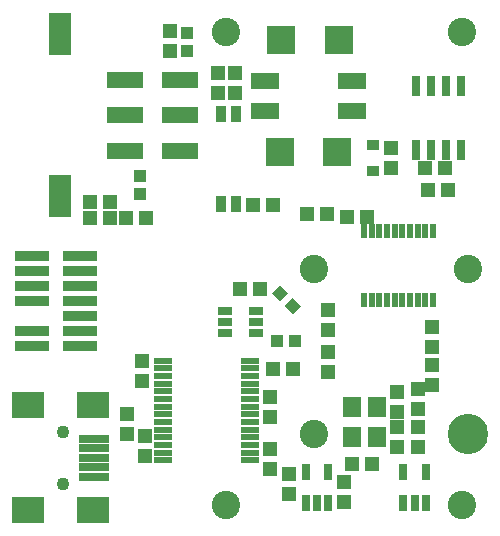
<source format=gts>
G75*
G70*
%OFA0B0*%
%FSLAX24Y24*%
%IPPOS*%
%LPD*%
%AMOC8*
5,1,8,0,0,1.08239X$1,22.5*
%
%ADD10C,0.0946*%
%ADD11R,0.0493X0.0316*%
%ADD12R,0.0395X0.0395*%
%ADD13R,0.0395X0.0395*%
%ADD14R,0.0474X0.0513*%
%ADD15R,0.1180X0.0370*%
%ADD16R,0.0513X0.0474*%
%ADD17R,0.0970X0.0930*%
%ADD18R,0.0950X0.0552*%
%ADD19R,0.0379X0.0580*%
%ADD20R,0.1230X0.0580*%
%ADD21R,0.0730X0.1430*%
%ADD22R,0.0630X0.0217*%
%ADD23R,0.0631X0.0710*%
%ADD24R,0.0297X0.0552*%
%ADD25R,0.0297X0.0671*%
%ADD26R,0.0407X0.0328*%
%ADD27R,0.0200X0.0470*%
%ADD28C,0.0434*%
%ADD29R,0.1064X0.0867*%
%ADD30R,0.0986X0.0277*%
%ADD31C,0.1346*%
D10*
X008221Y001311D03*
X011174Y003674D03*
X016095Y001311D03*
X016292Y009186D03*
X011174Y009186D03*
X008221Y017060D03*
X016095Y017060D03*
D11*
X009244Y007788D03*
X009244Y007414D03*
X009244Y007040D03*
X008181Y007040D03*
X008181Y007414D03*
X008181Y007788D03*
D12*
G36*
X009752Y008361D02*
X010030Y008639D01*
X010308Y008361D01*
X010030Y008083D01*
X009752Y008361D01*
G37*
G36*
X010169Y007943D02*
X010447Y008221D01*
X010725Y007943D01*
X010447Y007665D01*
X010169Y007943D01*
G37*
D13*
X009943Y006774D03*
X010534Y006774D03*
X005366Y011676D03*
X005366Y012266D03*
X006941Y016449D03*
X006941Y017040D03*
D14*
X004372Y011400D03*
X004372Y010869D03*
X004884Y010869D03*
X005553Y010869D03*
X003703Y010869D03*
X003703Y011400D03*
X005416Y006124D03*
X005416Y005455D03*
X008696Y008494D03*
X009365Y008494D03*
X010937Y011006D03*
X011607Y011006D03*
X014973Y011794D03*
X015642Y011794D03*
X015111Y007256D03*
X015111Y006587D03*
X015111Y005977D03*
X015111Y005308D03*
X014618Y005189D03*
X014618Y004520D03*
X014618Y003910D03*
X014618Y003241D03*
X012158Y002089D03*
X012158Y001420D03*
X010337Y001666D03*
X010337Y002335D03*
X009697Y002502D03*
X009697Y003172D03*
X009697Y004225D03*
X009697Y004894D03*
X009805Y005839D03*
X010475Y005839D03*
D15*
X003351Y006603D03*
X003351Y007103D03*
X003351Y007603D03*
X003351Y008103D03*
X003351Y008603D03*
X003351Y009103D03*
X003351Y009603D03*
X001751Y009603D03*
X001751Y009103D03*
X001751Y008603D03*
X001751Y008103D03*
X001751Y007103D03*
X001751Y006603D03*
D16*
X004924Y004353D03*
X004924Y003684D03*
X005514Y003615D03*
X005514Y002945D03*
X011616Y005750D03*
X011616Y006420D03*
X011616Y007128D03*
X011616Y007798D03*
X013929Y005091D03*
X013929Y004422D03*
X013929Y003910D03*
X013929Y003241D03*
X013083Y002689D03*
X012414Y002689D03*
X012266Y010908D03*
X012935Y010908D03*
X013733Y012542D03*
X013733Y013211D03*
X014874Y012532D03*
X015544Y012532D03*
X009786Y011302D03*
X009116Y011302D03*
X008516Y015052D03*
X007975Y015052D03*
X007975Y015721D03*
X008516Y015721D03*
X006351Y016430D03*
X006351Y017099D03*
D17*
X010066Y016813D03*
X011986Y016813D03*
X011937Y013073D03*
X010017Y013073D03*
D18*
X009520Y014451D03*
X009520Y015436D03*
X012433Y015436D03*
X012433Y014451D03*
D19*
X008569Y014327D03*
X008069Y014327D03*
X008069Y011327D03*
X008569Y011327D03*
D20*
X006685Y013123D03*
X006685Y014304D03*
X006685Y015485D03*
X004863Y015485D03*
X004863Y014304D03*
X004863Y013123D03*
D21*
X002709Y011594D03*
X002709Y017014D03*
D22*
X006142Y006124D03*
X006142Y005869D03*
X006142Y005613D03*
X006142Y005357D03*
X006142Y005101D03*
X006142Y004845D03*
X006142Y004589D03*
X006142Y004333D03*
X006142Y004077D03*
X006142Y003821D03*
X006142Y003565D03*
X006142Y003310D03*
X006142Y003054D03*
X006142Y002798D03*
X009020Y002798D03*
X009020Y003054D03*
X009020Y003310D03*
X009020Y003565D03*
X009020Y003821D03*
X009020Y004077D03*
X009020Y004333D03*
X009020Y004589D03*
X009020Y004845D03*
X009020Y005101D03*
X009020Y005357D03*
X009020Y005613D03*
X009020Y005869D03*
X009020Y006124D03*
D23*
X012414Y004560D03*
X013280Y004560D03*
X013280Y003575D03*
X012414Y003575D03*
D24*
X011646Y002414D03*
X010898Y002414D03*
X010898Y001390D03*
X011272Y001390D03*
X011646Y001390D03*
X014146Y001390D03*
X014520Y001390D03*
X014894Y001390D03*
X014894Y002414D03*
X014146Y002414D03*
D25*
X014557Y013142D03*
X015057Y013142D03*
X015557Y013142D03*
X016057Y013142D03*
X016057Y015268D03*
X015557Y015268D03*
X015057Y015268D03*
X014557Y015268D03*
D26*
X013142Y013315D03*
X013142Y012437D03*
D27*
X013083Y010433D03*
X012827Y010433D03*
X013339Y010433D03*
X013595Y010433D03*
X013851Y010433D03*
X014107Y010433D03*
X014363Y010433D03*
X014618Y010433D03*
X014874Y010433D03*
X015130Y010433D03*
X015130Y008135D03*
X014874Y008135D03*
X014618Y008135D03*
X014363Y008135D03*
X014107Y008135D03*
X013851Y008135D03*
X013595Y008135D03*
X013339Y008135D03*
X013083Y008135D03*
X012827Y008135D03*
D28*
X002807Y003752D03*
X002807Y002020D03*
D29*
X001626Y001134D03*
X003792Y001134D03*
X003792Y004638D03*
X001626Y004638D03*
D30*
X003831Y003516D03*
X003831Y003201D03*
X003831Y002886D03*
X003831Y002571D03*
X003831Y002256D03*
D31*
X016292Y003674D03*
M02*

</source>
